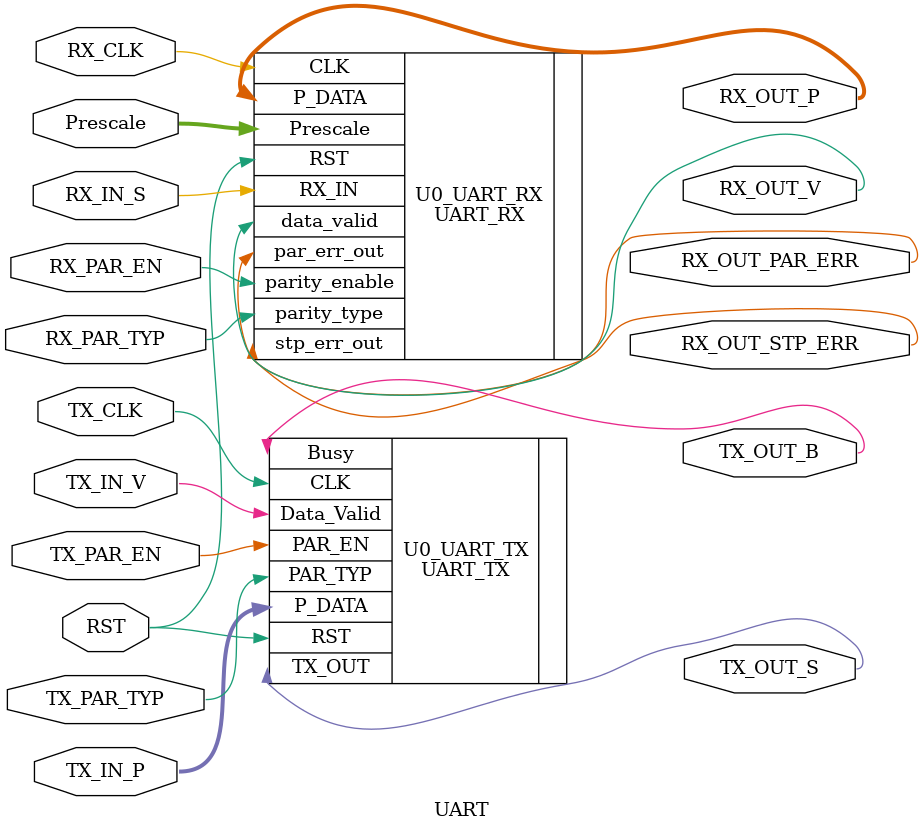
<source format=v>
module UART #(parameter DATA_WIDTH = 8,
                        PRESCALE_WIDTH = 5  //4 or 8 or 16 or 32
             )
(
 input   wire                          RST      ,
 
 input   wire                          TX_CLK   ,
 input   wire   [DATA_WIDTH-1:0]       TX_IN_P  , 
 input   wire                          TX_IN_V  , 
 output  wire                          TX_OUT_S ,
 output  wire                          TX_OUT_B ,

 input   wire                          RX_CLK   ,
 input   wire   [PRESCALE_WIDTH-1:0]   Prescale ,
 input   wire                          RX_IN_S  ,
 output  wire   [DATA_WIDTH-1:0]       RX_OUT_P , 
 output  wire                          RX_OUT_V ,
 output  wire                          RX_OUT_PAR_ERR ,
 output  wire                          RX_OUT_STP_ERR ,
 
 input   wire                          TX_PAR_EN   ,
 input   wire                          TX_PAR_TYP  ,
 input   wire                          RX_PAR_EN   ,
 input   wire                          RX_PAR_TYP
);

UART_TX #( .DATA_WIDTH(DATA_WIDTH)) U0_UART_TX (
.RST(RST)           ,
.CLK(TX_CLK)        ,
.P_DATA(TX_IN_P)    ,
.Data_Valid(TX_IN_V),
.PAR_EN(TX_PAR_EN)     ,
.PAR_TYP(TX_PAR_TYP)   ,
.Busy(TX_OUT_B)     ,
.TX_OUT(TX_OUT_S)
);

UART_RX #( .DATA_WIDTH(DATA_WIDTH), 
           .PRESCALE_WIDTH(PRESCALE_WIDTH)
         )
 U0_UART_RX (
 .RST(RST)            ,
 .CLK(RX_CLK)         ,
 .RX_IN(RX_IN_S)      ,
 .Prescale(Prescale)  ,
 .parity_enable(RX_PAR_EN)      ,
 .parity_type(RX_PAR_TYP)    ,
 .P_DATA(RX_OUT_P)    ,
 .data_valid(RX_OUT_V),
 .par_err_out(RX_OUT_PAR_ERR),
 .stp_err_out(RX_OUT_STP_ERR)
 );

endmodule
</source>
